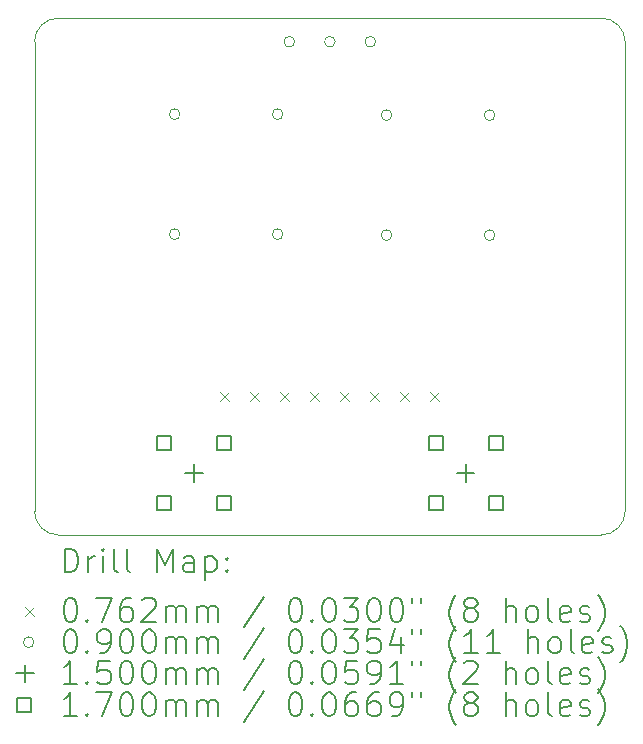
<source format=gbr>
%TF.GenerationSoftware,KiCad,Pcbnew,7.0.5*%
%TF.CreationDate,2023-06-22T18:40:59-05:00*%
%TF.ProjectId,Single.Channel.Amp,53696e67-6c65-42e4-9368-616e6e656c2e,rev?*%
%TF.SameCoordinates,Original*%
%TF.FileFunction,Drillmap*%
%TF.FilePolarity,Positive*%
%FSLAX45Y45*%
G04 Gerber Fmt 4.5, Leading zero omitted, Abs format (unit mm)*
G04 Created by KiCad (PCBNEW 7.0.5) date 2023-06-22 18:40:59*
%MOMM*%
%LPD*%
G01*
G04 APERTURE LIST*
%ADD10C,0.100000*%
%ADD11C,0.200000*%
%ADD12C,0.076200*%
%ADD13C,0.090000*%
%ADD14C,0.150000*%
%ADD15C,0.170000*%
G04 APERTURE END LIST*
D10*
X2668500Y-2054500D02*
X7268500Y-2054500D01*
X7468500Y-2254500D02*
G75*
G03*
X7268500Y-2054500I-200000J0D01*
G01*
X2468500Y-6229500D02*
G75*
G03*
X2668500Y-6429500I200000J0D01*
G01*
X2668500Y-2054500D02*
G75*
G03*
X2468500Y-2254500I0J-200000D01*
G01*
X7268500Y-6429500D02*
G75*
G03*
X7468500Y-6229500I0J200000D01*
G01*
X7468500Y-6229500D02*
X7468500Y-2254500D01*
X2668500Y-6429500D02*
X7268500Y-6429500D01*
X2468500Y-2254500D02*
X2468500Y-6229500D01*
D11*
D12*
X4041400Y-5216900D02*
X4117600Y-5293100D01*
X4117600Y-5216900D02*
X4041400Y-5293100D01*
X4295400Y-5216900D02*
X4371600Y-5293100D01*
X4371600Y-5216900D02*
X4295400Y-5293100D01*
X4549400Y-5216900D02*
X4625600Y-5293100D01*
X4625600Y-5216900D02*
X4549400Y-5293100D01*
X4803400Y-5216900D02*
X4879600Y-5293100D01*
X4879600Y-5216900D02*
X4803400Y-5293100D01*
X5057400Y-5216900D02*
X5133600Y-5293100D01*
X5133600Y-5216900D02*
X5057400Y-5293100D01*
X5311400Y-5216900D02*
X5387600Y-5293100D01*
X5387600Y-5216900D02*
X5311400Y-5293100D01*
X5565400Y-5216900D02*
X5641600Y-5293100D01*
X5641600Y-5216900D02*
X5565400Y-5293100D01*
X5819400Y-5216900D02*
X5895600Y-5293100D01*
X5895600Y-5216900D02*
X5819400Y-5293100D01*
D13*
X3700000Y-2867500D02*
G75*
G03*
X3700000Y-2867500I-45000J0D01*
G01*
X3700000Y-3883500D02*
G75*
G03*
X3700000Y-3883500I-45000J0D01*
G01*
X4572000Y-2867500D02*
G75*
G03*
X4572000Y-2867500I-45000J0D01*
G01*
X4572000Y-3883500D02*
G75*
G03*
X4572000Y-3883500I-45000J0D01*
G01*
X4670854Y-2254500D02*
G75*
G03*
X4670854Y-2254500I-45000J0D01*
G01*
X5013500Y-2254500D02*
G75*
G03*
X5013500Y-2254500I-45000J0D01*
G01*
X5356146Y-2254500D02*
G75*
G03*
X5356146Y-2254500I-45000J0D01*
G01*
X5494500Y-2875500D02*
G75*
G03*
X5494500Y-2875500I-45000J0D01*
G01*
X5494500Y-3891500D02*
G75*
G03*
X5494500Y-3891500I-45000J0D01*
G01*
X6366000Y-2876500D02*
G75*
G03*
X6366000Y-2876500I-45000J0D01*
G01*
X6366000Y-3892500D02*
G75*
G03*
X6366000Y-3892500I-45000J0D01*
G01*
D14*
X3818500Y-5831000D02*
X3818500Y-5981000D01*
X3743500Y-5906000D02*
X3893500Y-5906000D01*
X6118500Y-5831000D02*
X6118500Y-5981000D01*
X6043500Y-5906000D02*
X6193500Y-5906000D01*
D15*
X3624605Y-5712105D02*
X3624605Y-5591895D01*
X3504395Y-5591895D01*
X3504395Y-5712105D01*
X3624605Y-5712105D01*
X3624605Y-6220105D02*
X3624605Y-6099895D01*
X3504395Y-6099895D01*
X3504395Y-6220105D01*
X3624605Y-6220105D01*
X4132605Y-5712105D02*
X4132605Y-5591895D01*
X4012395Y-5591895D01*
X4012395Y-5712105D01*
X4132605Y-5712105D01*
X4132605Y-6220105D02*
X4132605Y-6099895D01*
X4012395Y-6099895D01*
X4012395Y-6220105D01*
X4132605Y-6220105D01*
X5924605Y-5712105D02*
X5924605Y-5591895D01*
X5804395Y-5591895D01*
X5804395Y-5712105D01*
X5924605Y-5712105D01*
X5924605Y-6220105D02*
X5924605Y-6099895D01*
X5804395Y-6099895D01*
X5804395Y-6220105D01*
X5924605Y-6220105D01*
X6432605Y-5712105D02*
X6432605Y-5591895D01*
X6312395Y-5591895D01*
X6312395Y-5712105D01*
X6432605Y-5712105D01*
X6432605Y-6220105D02*
X6432605Y-6099895D01*
X6312395Y-6099895D01*
X6312395Y-6220105D01*
X6432605Y-6220105D01*
D11*
X2724277Y-6745984D02*
X2724277Y-6545984D01*
X2724277Y-6545984D02*
X2771896Y-6545984D01*
X2771896Y-6545984D02*
X2800467Y-6555508D01*
X2800467Y-6555508D02*
X2819515Y-6574555D01*
X2819515Y-6574555D02*
X2829039Y-6593603D01*
X2829039Y-6593603D02*
X2838562Y-6631698D01*
X2838562Y-6631698D02*
X2838562Y-6660269D01*
X2838562Y-6660269D02*
X2829039Y-6698365D01*
X2829039Y-6698365D02*
X2819515Y-6717412D01*
X2819515Y-6717412D02*
X2800467Y-6736460D01*
X2800467Y-6736460D02*
X2771896Y-6745984D01*
X2771896Y-6745984D02*
X2724277Y-6745984D01*
X2924277Y-6745984D02*
X2924277Y-6612650D01*
X2924277Y-6650746D02*
X2933801Y-6631698D01*
X2933801Y-6631698D02*
X2943324Y-6622174D01*
X2943324Y-6622174D02*
X2962372Y-6612650D01*
X2962372Y-6612650D02*
X2981420Y-6612650D01*
X3048086Y-6745984D02*
X3048086Y-6612650D01*
X3048086Y-6545984D02*
X3038562Y-6555508D01*
X3038562Y-6555508D02*
X3048086Y-6565031D01*
X3048086Y-6565031D02*
X3057610Y-6555508D01*
X3057610Y-6555508D02*
X3048086Y-6545984D01*
X3048086Y-6545984D02*
X3048086Y-6565031D01*
X3171896Y-6745984D02*
X3152848Y-6736460D01*
X3152848Y-6736460D02*
X3143324Y-6717412D01*
X3143324Y-6717412D02*
X3143324Y-6545984D01*
X3276658Y-6745984D02*
X3257610Y-6736460D01*
X3257610Y-6736460D02*
X3248086Y-6717412D01*
X3248086Y-6717412D02*
X3248086Y-6545984D01*
X3505229Y-6745984D02*
X3505229Y-6545984D01*
X3505229Y-6545984D02*
X3571896Y-6688841D01*
X3571896Y-6688841D02*
X3638562Y-6545984D01*
X3638562Y-6545984D02*
X3638562Y-6745984D01*
X3819515Y-6745984D02*
X3819515Y-6641222D01*
X3819515Y-6641222D02*
X3809991Y-6622174D01*
X3809991Y-6622174D02*
X3790943Y-6612650D01*
X3790943Y-6612650D02*
X3752848Y-6612650D01*
X3752848Y-6612650D02*
X3733801Y-6622174D01*
X3819515Y-6736460D02*
X3800467Y-6745984D01*
X3800467Y-6745984D02*
X3752848Y-6745984D01*
X3752848Y-6745984D02*
X3733801Y-6736460D01*
X3733801Y-6736460D02*
X3724277Y-6717412D01*
X3724277Y-6717412D02*
X3724277Y-6698365D01*
X3724277Y-6698365D02*
X3733801Y-6679317D01*
X3733801Y-6679317D02*
X3752848Y-6669793D01*
X3752848Y-6669793D02*
X3800467Y-6669793D01*
X3800467Y-6669793D02*
X3819515Y-6660269D01*
X3914753Y-6612650D02*
X3914753Y-6812650D01*
X3914753Y-6622174D02*
X3933801Y-6612650D01*
X3933801Y-6612650D02*
X3971896Y-6612650D01*
X3971896Y-6612650D02*
X3990943Y-6622174D01*
X3990943Y-6622174D02*
X4000467Y-6631698D01*
X4000467Y-6631698D02*
X4009991Y-6650746D01*
X4009991Y-6650746D02*
X4009991Y-6707888D01*
X4009991Y-6707888D02*
X4000467Y-6726936D01*
X4000467Y-6726936D02*
X3990943Y-6736460D01*
X3990943Y-6736460D02*
X3971896Y-6745984D01*
X3971896Y-6745984D02*
X3933801Y-6745984D01*
X3933801Y-6745984D02*
X3914753Y-6736460D01*
X4095705Y-6726936D02*
X4105229Y-6736460D01*
X4105229Y-6736460D02*
X4095705Y-6745984D01*
X4095705Y-6745984D02*
X4086182Y-6736460D01*
X4086182Y-6736460D02*
X4095705Y-6726936D01*
X4095705Y-6726936D02*
X4095705Y-6745984D01*
X4095705Y-6622174D02*
X4105229Y-6631698D01*
X4105229Y-6631698D02*
X4095705Y-6641222D01*
X4095705Y-6641222D02*
X4086182Y-6631698D01*
X4086182Y-6631698D02*
X4095705Y-6622174D01*
X4095705Y-6622174D02*
X4095705Y-6641222D01*
D12*
X2387300Y-7036400D02*
X2463500Y-7112600D01*
X2463500Y-7036400D02*
X2387300Y-7112600D01*
D11*
X2762372Y-6965984D02*
X2781420Y-6965984D01*
X2781420Y-6965984D02*
X2800467Y-6975508D01*
X2800467Y-6975508D02*
X2809991Y-6985031D01*
X2809991Y-6985031D02*
X2819515Y-7004079D01*
X2819515Y-7004079D02*
X2829039Y-7042174D01*
X2829039Y-7042174D02*
X2829039Y-7089793D01*
X2829039Y-7089793D02*
X2819515Y-7127888D01*
X2819515Y-7127888D02*
X2809991Y-7146936D01*
X2809991Y-7146936D02*
X2800467Y-7156460D01*
X2800467Y-7156460D02*
X2781420Y-7165984D01*
X2781420Y-7165984D02*
X2762372Y-7165984D01*
X2762372Y-7165984D02*
X2743324Y-7156460D01*
X2743324Y-7156460D02*
X2733801Y-7146936D01*
X2733801Y-7146936D02*
X2724277Y-7127888D01*
X2724277Y-7127888D02*
X2714753Y-7089793D01*
X2714753Y-7089793D02*
X2714753Y-7042174D01*
X2714753Y-7042174D02*
X2724277Y-7004079D01*
X2724277Y-7004079D02*
X2733801Y-6985031D01*
X2733801Y-6985031D02*
X2743324Y-6975508D01*
X2743324Y-6975508D02*
X2762372Y-6965984D01*
X2914753Y-7146936D02*
X2924277Y-7156460D01*
X2924277Y-7156460D02*
X2914753Y-7165984D01*
X2914753Y-7165984D02*
X2905229Y-7156460D01*
X2905229Y-7156460D02*
X2914753Y-7146936D01*
X2914753Y-7146936D02*
X2914753Y-7165984D01*
X2990943Y-6965984D02*
X3124277Y-6965984D01*
X3124277Y-6965984D02*
X3038562Y-7165984D01*
X3286182Y-6965984D02*
X3248086Y-6965984D01*
X3248086Y-6965984D02*
X3229039Y-6975508D01*
X3229039Y-6975508D02*
X3219515Y-6985031D01*
X3219515Y-6985031D02*
X3200467Y-7013603D01*
X3200467Y-7013603D02*
X3190943Y-7051698D01*
X3190943Y-7051698D02*
X3190943Y-7127888D01*
X3190943Y-7127888D02*
X3200467Y-7146936D01*
X3200467Y-7146936D02*
X3209991Y-7156460D01*
X3209991Y-7156460D02*
X3229039Y-7165984D01*
X3229039Y-7165984D02*
X3267134Y-7165984D01*
X3267134Y-7165984D02*
X3286182Y-7156460D01*
X3286182Y-7156460D02*
X3295705Y-7146936D01*
X3295705Y-7146936D02*
X3305229Y-7127888D01*
X3305229Y-7127888D02*
X3305229Y-7080269D01*
X3305229Y-7080269D02*
X3295705Y-7061222D01*
X3295705Y-7061222D02*
X3286182Y-7051698D01*
X3286182Y-7051698D02*
X3267134Y-7042174D01*
X3267134Y-7042174D02*
X3229039Y-7042174D01*
X3229039Y-7042174D02*
X3209991Y-7051698D01*
X3209991Y-7051698D02*
X3200467Y-7061222D01*
X3200467Y-7061222D02*
X3190943Y-7080269D01*
X3381420Y-6985031D02*
X3390943Y-6975508D01*
X3390943Y-6975508D02*
X3409991Y-6965984D01*
X3409991Y-6965984D02*
X3457610Y-6965984D01*
X3457610Y-6965984D02*
X3476658Y-6975508D01*
X3476658Y-6975508D02*
X3486182Y-6985031D01*
X3486182Y-6985031D02*
X3495705Y-7004079D01*
X3495705Y-7004079D02*
X3495705Y-7023127D01*
X3495705Y-7023127D02*
X3486182Y-7051698D01*
X3486182Y-7051698D02*
X3371896Y-7165984D01*
X3371896Y-7165984D02*
X3495705Y-7165984D01*
X3581420Y-7165984D02*
X3581420Y-7032650D01*
X3581420Y-7051698D02*
X3590943Y-7042174D01*
X3590943Y-7042174D02*
X3609991Y-7032650D01*
X3609991Y-7032650D02*
X3638563Y-7032650D01*
X3638563Y-7032650D02*
X3657610Y-7042174D01*
X3657610Y-7042174D02*
X3667134Y-7061222D01*
X3667134Y-7061222D02*
X3667134Y-7165984D01*
X3667134Y-7061222D02*
X3676658Y-7042174D01*
X3676658Y-7042174D02*
X3695705Y-7032650D01*
X3695705Y-7032650D02*
X3724277Y-7032650D01*
X3724277Y-7032650D02*
X3743324Y-7042174D01*
X3743324Y-7042174D02*
X3752848Y-7061222D01*
X3752848Y-7061222D02*
X3752848Y-7165984D01*
X3848086Y-7165984D02*
X3848086Y-7032650D01*
X3848086Y-7051698D02*
X3857610Y-7042174D01*
X3857610Y-7042174D02*
X3876658Y-7032650D01*
X3876658Y-7032650D02*
X3905229Y-7032650D01*
X3905229Y-7032650D02*
X3924277Y-7042174D01*
X3924277Y-7042174D02*
X3933801Y-7061222D01*
X3933801Y-7061222D02*
X3933801Y-7165984D01*
X3933801Y-7061222D02*
X3943324Y-7042174D01*
X3943324Y-7042174D02*
X3962372Y-7032650D01*
X3962372Y-7032650D02*
X3990943Y-7032650D01*
X3990943Y-7032650D02*
X4009991Y-7042174D01*
X4009991Y-7042174D02*
X4019515Y-7061222D01*
X4019515Y-7061222D02*
X4019515Y-7165984D01*
X4409991Y-6956460D02*
X4238563Y-7213603D01*
X4667134Y-6965984D02*
X4686182Y-6965984D01*
X4686182Y-6965984D02*
X4705229Y-6975508D01*
X4705229Y-6975508D02*
X4714753Y-6985031D01*
X4714753Y-6985031D02*
X4724277Y-7004079D01*
X4724277Y-7004079D02*
X4733801Y-7042174D01*
X4733801Y-7042174D02*
X4733801Y-7089793D01*
X4733801Y-7089793D02*
X4724277Y-7127888D01*
X4724277Y-7127888D02*
X4714753Y-7146936D01*
X4714753Y-7146936D02*
X4705229Y-7156460D01*
X4705229Y-7156460D02*
X4686182Y-7165984D01*
X4686182Y-7165984D02*
X4667134Y-7165984D01*
X4667134Y-7165984D02*
X4648087Y-7156460D01*
X4648087Y-7156460D02*
X4638563Y-7146936D01*
X4638563Y-7146936D02*
X4629039Y-7127888D01*
X4629039Y-7127888D02*
X4619515Y-7089793D01*
X4619515Y-7089793D02*
X4619515Y-7042174D01*
X4619515Y-7042174D02*
X4629039Y-7004079D01*
X4629039Y-7004079D02*
X4638563Y-6985031D01*
X4638563Y-6985031D02*
X4648087Y-6975508D01*
X4648087Y-6975508D02*
X4667134Y-6965984D01*
X4819515Y-7146936D02*
X4829039Y-7156460D01*
X4829039Y-7156460D02*
X4819515Y-7165984D01*
X4819515Y-7165984D02*
X4809991Y-7156460D01*
X4809991Y-7156460D02*
X4819515Y-7146936D01*
X4819515Y-7146936D02*
X4819515Y-7165984D01*
X4952848Y-6965984D02*
X4971896Y-6965984D01*
X4971896Y-6965984D02*
X4990944Y-6975508D01*
X4990944Y-6975508D02*
X5000468Y-6985031D01*
X5000468Y-6985031D02*
X5009991Y-7004079D01*
X5009991Y-7004079D02*
X5019515Y-7042174D01*
X5019515Y-7042174D02*
X5019515Y-7089793D01*
X5019515Y-7089793D02*
X5009991Y-7127888D01*
X5009991Y-7127888D02*
X5000468Y-7146936D01*
X5000468Y-7146936D02*
X4990944Y-7156460D01*
X4990944Y-7156460D02*
X4971896Y-7165984D01*
X4971896Y-7165984D02*
X4952848Y-7165984D01*
X4952848Y-7165984D02*
X4933801Y-7156460D01*
X4933801Y-7156460D02*
X4924277Y-7146936D01*
X4924277Y-7146936D02*
X4914753Y-7127888D01*
X4914753Y-7127888D02*
X4905229Y-7089793D01*
X4905229Y-7089793D02*
X4905229Y-7042174D01*
X4905229Y-7042174D02*
X4914753Y-7004079D01*
X4914753Y-7004079D02*
X4924277Y-6985031D01*
X4924277Y-6985031D02*
X4933801Y-6975508D01*
X4933801Y-6975508D02*
X4952848Y-6965984D01*
X5086182Y-6965984D02*
X5209991Y-6965984D01*
X5209991Y-6965984D02*
X5143325Y-7042174D01*
X5143325Y-7042174D02*
X5171896Y-7042174D01*
X5171896Y-7042174D02*
X5190944Y-7051698D01*
X5190944Y-7051698D02*
X5200468Y-7061222D01*
X5200468Y-7061222D02*
X5209991Y-7080269D01*
X5209991Y-7080269D02*
X5209991Y-7127888D01*
X5209991Y-7127888D02*
X5200468Y-7146936D01*
X5200468Y-7146936D02*
X5190944Y-7156460D01*
X5190944Y-7156460D02*
X5171896Y-7165984D01*
X5171896Y-7165984D02*
X5114753Y-7165984D01*
X5114753Y-7165984D02*
X5095706Y-7156460D01*
X5095706Y-7156460D02*
X5086182Y-7146936D01*
X5333801Y-6965984D02*
X5352849Y-6965984D01*
X5352849Y-6965984D02*
X5371896Y-6975508D01*
X5371896Y-6975508D02*
X5381420Y-6985031D01*
X5381420Y-6985031D02*
X5390944Y-7004079D01*
X5390944Y-7004079D02*
X5400468Y-7042174D01*
X5400468Y-7042174D02*
X5400468Y-7089793D01*
X5400468Y-7089793D02*
X5390944Y-7127888D01*
X5390944Y-7127888D02*
X5381420Y-7146936D01*
X5381420Y-7146936D02*
X5371896Y-7156460D01*
X5371896Y-7156460D02*
X5352849Y-7165984D01*
X5352849Y-7165984D02*
X5333801Y-7165984D01*
X5333801Y-7165984D02*
X5314753Y-7156460D01*
X5314753Y-7156460D02*
X5305229Y-7146936D01*
X5305229Y-7146936D02*
X5295706Y-7127888D01*
X5295706Y-7127888D02*
X5286182Y-7089793D01*
X5286182Y-7089793D02*
X5286182Y-7042174D01*
X5286182Y-7042174D02*
X5295706Y-7004079D01*
X5295706Y-7004079D02*
X5305229Y-6985031D01*
X5305229Y-6985031D02*
X5314753Y-6975508D01*
X5314753Y-6975508D02*
X5333801Y-6965984D01*
X5524277Y-6965984D02*
X5543325Y-6965984D01*
X5543325Y-6965984D02*
X5562372Y-6975508D01*
X5562372Y-6975508D02*
X5571896Y-6985031D01*
X5571896Y-6985031D02*
X5581420Y-7004079D01*
X5581420Y-7004079D02*
X5590944Y-7042174D01*
X5590944Y-7042174D02*
X5590944Y-7089793D01*
X5590944Y-7089793D02*
X5581420Y-7127888D01*
X5581420Y-7127888D02*
X5571896Y-7146936D01*
X5571896Y-7146936D02*
X5562372Y-7156460D01*
X5562372Y-7156460D02*
X5543325Y-7165984D01*
X5543325Y-7165984D02*
X5524277Y-7165984D01*
X5524277Y-7165984D02*
X5505229Y-7156460D01*
X5505229Y-7156460D02*
X5495706Y-7146936D01*
X5495706Y-7146936D02*
X5486182Y-7127888D01*
X5486182Y-7127888D02*
X5476658Y-7089793D01*
X5476658Y-7089793D02*
X5476658Y-7042174D01*
X5476658Y-7042174D02*
X5486182Y-7004079D01*
X5486182Y-7004079D02*
X5495706Y-6985031D01*
X5495706Y-6985031D02*
X5505229Y-6975508D01*
X5505229Y-6975508D02*
X5524277Y-6965984D01*
X5667134Y-6965984D02*
X5667134Y-7004079D01*
X5743325Y-6965984D02*
X5743325Y-7004079D01*
X6038563Y-7242174D02*
X6029039Y-7232650D01*
X6029039Y-7232650D02*
X6009991Y-7204079D01*
X6009991Y-7204079D02*
X6000468Y-7185031D01*
X6000468Y-7185031D02*
X5990944Y-7156460D01*
X5990944Y-7156460D02*
X5981420Y-7108841D01*
X5981420Y-7108841D02*
X5981420Y-7070746D01*
X5981420Y-7070746D02*
X5990944Y-7023127D01*
X5990944Y-7023127D02*
X6000468Y-6994555D01*
X6000468Y-6994555D02*
X6009991Y-6975508D01*
X6009991Y-6975508D02*
X6029039Y-6946936D01*
X6029039Y-6946936D02*
X6038563Y-6937412D01*
X6143325Y-7051698D02*
X6124277Y-7042174D01*
X6124277Y-7042174D02*
X6114753Y-7032650D01*
X6114753Y-7032650D02*
X6105229Y-7013603D01*
X6105229Y-7013603D02*
X6105229Y-7004079D01*
X6105229Y-7004079D02*
X6114753Y-6985031D01*
X6114753Y-6985031D02*
X6124277Y-6975508D01*
X6124277Y-6975508D02*
X6143325Y-6965984D01*
X6143325Y-6965984D02*
X6181420Y-6965984D01*
X6181420Y-6965984D02*
X6200468Y-6975508D01*
X6200468Y-6975508D02*
X6209991Y-6985031D01*
X6209991Y-6985031D02*
X6219515Y-7004079D01*
X6219515Y-7004079D02*
X6219515Y-7013603D01*
X6219515Y-7013603D02*
X6209991Y-7032650D01*
X6209991Y-7032650D02*
X6200468Y-7042174D01*
X6200468Y-7042174D02*
X6181420Y-7051698D01*
X6181420Y-7051698D02*
X6143325Y-7051698D01*
X6143325Y-7051698D02*
X6124277Y-7061222D01*
X6124277Y-7061222D02*
X6114753Y-7070746D01*
X6114753Y-7070746D02*
X6105229Y-7089793D01*
X6105229Y-7089793D02*
X6105229Y-7127888D01*
X6105229Y-7127888D02*
X6114753Y-7146936D01*
X6114753Y-7146936D02*
X6124277Y-7156460D01*
X6124277Y-7156460D02*
X6143325Y-7165984D01*
X6143325Y-7165984D02*
X6181420Y-7165984D01*
X6181420Y-7165984D02*
X6200468Y-7156460D01*
X6200468Y-7156460D02*
X6209991Y-7146936D01*
X6209991Y-7146936D02*
X6219515Y-7127888D01*
X6219515Y-7127888D02*
X6219515Y-7089793D01*
X6219515Y-7089793D02*
X6209991Y-7070746D01*
X6209991Y-7070746D02*
X6200468Y-7061222D01*
X6200468Y-7061222D02*
X6181420Y-7051698D01*
X6457610Y-7165984D02*
X6457610Y-6965984D01*
X6543325Y-7165984D02*
X6543325Y-7061222D01*
X6543325Y-7061222D02*
X6533801Y-7042174D01*
X6533801Y-7042174D02*
X6514753Y-7032650D01*
X6514753Y-7032650D02*
X6486182Y-7032650D01*
X6486182Y-7032650D02*
X6467134Y-7042174D01*
X6467134Y-7042174D02*
X6457610Y-7051698D01*
X6667134Y-7165984D02*
X6648087Y-7156460D01*
X6648087Y-7156460D02*
X6638563Y-7146936D01*
X6638563Y-7146936D02*
X6629039Y-7127888D01*
X6629039Y-7127888D02*
X6629039Y-7070746D01*
X6629039Y-7070746D02*
X6638563Y-7051698D01*
X6638563Y-7051698D02*
X6648087Y-7042174D01*
X6648087Y-7042174D02*
X6667134Y-7032650D01*
X6667134Y-7032650D02*
X6695706Y-7032650D01*
X6695706Y-7032650D02*
X6714753Y-7042174D01*
X6714753Y-7042174D02*
X6724277Y-7051698D01*
X6724277Y-7051698D02*
X6733801Y-7070746D01*
X6733801Y-7070746D02*
X6733801Y-7127888D01*
X6733801Y-7127888D02*
X6724277Y-7146936D01*
X6724277Y-7146936D02*
X6714753Y-7156460D01*
X6714753Y-7156460D02*
X6695706Y-7165984D01*
X6695706Y-7165984D02*
X6667134Y-7165984D01*
X6848087Y-7165984D02*
X6829039Y-7156460D01*
X6829039Y-7156460D02*
X6819515Y-7137412D01*
X6819515Y-7137412D02*
X6819515Y-6965984D01*
X7000468Y-7156460D02*
X6981420Y-7165984D01*
X6981420Y-7165984D02*
X6943325Y-7165984D01*
X6943325Y-7165984D02*
X6924277Y-7156460D01*
X6924277Y-7156460D02*
X6914753Y-7137412D01*
X6914753Y-7137412D02*
X6914753Y-7061222D01*
X6914753Y-7061222D02*
X6924277Y-7042174D01*
X6924277Y-7042174D02*
X6943325Y-7032650D01*
X6943325Y-7032650D02*
X6981420Y-7032650D01*
X6981420Y-7032650D02*
X7000468Y-7042174D01*
X7000468Y-7042174D02*
X7009991Y-7061222D01*
X7009991Y-7061222D02*
X7009991Y-7080269D01*
X7009991Y-7080269D02*
X6914753Y-7099317D01*
X7086182Y-7156460D02*
X7105230Y-7165984D01*
X7105230Y-7165984D02*
X7143325Y-7165984D01*
X7143325Y-7165984D02*
X7162372Y-7156460D01*
X7162372Y-7156460D02*
X7171896Y-7137412D01*
X7171896Y-7137412D02*
X7171896Y-7127888D01*
X7171896Y-7127888D02*
X7162372Y-7108841D01*
X7162372Y-7108841D02*
X7143325Y-7099317D01*
X7143325Y-7099317D02*
X7114753Y-7099317D01*
X7114753Y-7099317D02*
X7095706Y-7089793D01*
X7095706Y-7089793D02*
X7086182Y-7070746D01*
X7086182Y-7070746D02*
X7086182Y-7061222D01*
X7086182Y-7061222D02*
X7095706Y-7042174D01*
X7095706Y-7042174D02*
X7114753Y-7032650D01*
X7114753Y-7032650D02*
X7143325Y-7032650D01*
X7143325Y-7032650D02*
X7162372Y-7042174D01*
X7238563Y-7242174D02*
X7248087Y-7232650D01*
X7248087Y-7232650D02*
X7267134Y-7204079D01*
X7267134Y-7204079D02*
X7276658Y-7185031D01*
X7276658Y-7185031D02*
X7286182Y-7156460D01*
X7286182Y-7156460D02*
X7295706Y-7108841D01*
X7295706Y-7108841D02*
X7295706Y-7070746D01*
X7295706Y-7070746D02*
X7286182Y-7023127D01*
X7286182Y-7023127D02*
X7276658Y-6994555D01*
X7276658Y-6994555D02*
X7267134Y-6975508D01*
X7267134Y-6975508D02*
X7248087Y-6946936D01*
X7248087Y-6946936D02*
X7238563Y-6937412D01*
D13*
X2463500Y-7338500D02*
G75*
G03*
X2463500Y-7338500I-45000J0D01*
G01*
D11*
X2762372Y-7229984D02*
X2781420Y-7229984D01*
X2781420Y-7229984D02*
X2800467Y-7239508D01*
X2800467Y-7239508D02*
X2809991Y-7249031D01*
X2809991Y-7249031D02*
X2819515Y-7268079D01*
X2819515Y-7268079D02*
X2829039Y-7306174D01*
X2829039Y-7306174D02*
X2829039Y-7353793D01*
X2829039Y-7353793D02*
X2819515Y-7391888D01*
X2819515Y-7391888D02*
X2809991Y-7410936D01*
X2809991Y-7410936D02*
X2800467Y-7420460D01*
X2800467Y-7420460D02*
X2781420Y-7429984D01*
X2781420Y-7429984D02*
X2762372Y-7429984D01*
X2762372Y-7429984D02*
X2743324Y-7420460D01*
X2743324Y-7420460D02*
X2733801Y-7410936D01*
X2733801Y-7410936D02*
X2724277Y-7391888D01*
X2724277Y-7391888D02*
X2714753Y-7353793D01*
X2714753Y-7353793D02*
X2714753Y-7306174D01*
X2714753Y-7306174D02*
X2724277Y-7268079D01*
X2724277Y-7268079D02*
X2733801Y-7249031D01*
X2733801Y-7249031D02*
X2743324Y-7239508D01*
X2743324Y-7239508D02*
X2762372Y-7229984D01*
X2914753Y-7410936D02*
X2924277Y-7420460D01*
X2924277Y-7420460D02*
X2914753Y-7429984D01*
X2914753Y-7429984D02*
X2905229Y-7420460D01*
X2905229Y-7420460D02*
X2914753Y-7410936D01*
X2914753Y-7410936D02*
X2914753Y-7429984D01*
X3019515Y-7429984D02*
X3057610Y-7429984D01*
X3057610Y-7429984D02*
X3076658Y-7420460D01*
X3076658Y-7420460D02*
X3086182Y-7410936D01*
X3086182Y-7410936D02*
X3105229Y-7382365D01*
X3105229Y-7382365D02*
X3114753Y-7344269D01*
X3114753Y-7344269D02*
X3114753Y-7268079D01*
X3114753Y-7268079D02*
X3105229Y-7249031D01*
X3105229Y-7249031D02*
X3095705Y-7239508D01*
X3095705Y-7239508D02*
X3076658Y-7229984D01*
X3076658Y-7229984D02*
X3038562Y-7229984D01*
X3038562Y-7229984D02*
X3019515Y-7239508D01*
X3019515Y-7239508D02*
X3009991Y-7249031D01*
X3009991Y-7249031D02*
X3000467Y-7268079D01*
X3000467Y-7268079D02*
X3000467Y-7315698D01*
X3000467Y-7315698D02*
X3009991Y-7334746D01*
X3009991Y-7334746D02*
X3019515Y-7344269D01*
X3019515Y-7344269D02*
X3038562Y-7353793D01*
X3038562Y-7353793D02*
X3076658Y-7353793D01*
X3076658Y-7353793D02*
X3095705Y-7344269D01*
X3095705Y-7344269D02*
X3105229Y-7334746D01*
X3105229Y-7334746D02*
X3114753Y-7315698D01*
X3238562Y-7229984D02*
X3257610Y-7229984D01*
X3257610Y-7229984D02*
X3276658Y-7239508D01*
X3276658Y-7239508D02*
X3286182Y-7249031D01*
X3286182Y-7249031D02*
X3295705Y-7268079D01*
X3295705Y-7268079D02*
X3305229Y-7306174D01*
X3305229Y-7306174D02*
X3305229Y-7353793D01*
X3305229Y-7353793D02*
X3295705Y-7391888D01*
X3295705Y-7391888D02*
X3286182Y-7410936D01*
X3286182Y-7410936D02*
X3276658Y-7420460D01*
X3276658Y-7420460D02*
X3257610Y-7429984D01*
X3257610Y-7429984D02*
X3238562Y-7429984D01*
X3238562Y-7429984D02*
X3219515Y-7420460D01*
X3219515Y-7420460D02*
X3209991Y-7410936D01*
X3209991Y-7410936D02*
X3200467Y-7391888D01*
X3200467Y-7391888D02*
X3190943Y-7353793D01*
X3190943Y-7353793D02*
X3190943Y-7306174D01*
X3190943Y-7306174D02*
X3200467Y-7268079D01*
X3200467Y-7268079D02*
X3209991Y-7249031D01*
X3209991Y-7249031D02*
X3219515Y-7239508D01*
X3219515Y-7239508D02*
X3238562Y-7229984D01*
X3429039Y-7229984D02*
X3448086Y-7229984D01*
X3448086Y-7229984D02*
X3467134Y-7239508D01*
X3467134Y-7239508D02*
X3476658Y-7249031D01*
X3476658Y-7249031D02*
X3486182Y-7268079D01*
X3486182Y-7268079D02*
X3495705Y-7306174D01*
X3495705Y-7306174D02*
X3495705Y-7353793D01*
X3495705Y-7353793D02*
X3486182Y-7391888D01*
X3486182Y-7391888D02*
X3476658Y-7410936D01*
X3476658Y-7410936D02*
X3467134Y-7420460D01*
X3467134Y-7420460D02*
X3448086Y-7429984D01*
X3448086Y-7429984D02*
X3429039Y-7429984D01*
X3429039Y-7429984D02*
X3409991Y-7420460D01*
X3409991Y-7420460D02*
X3400467Y-7410936D01*
X3400467Y-7410936D02*
X3390943Y-7391888D01*
X3390943Y-7391888D02*
X3381420Y-7353793D01*
X3381420Y-7353793D02*
X3381420Y-7306174D01*
X3381420Y-7306174D02*
X3390943Y-7268079D01*
X3390943Y-7268079D02*
X3400467Y-7249031D01*
X3400467Y-7249031D02*
X3409991Y-7239508D01*
X3409991Y-7239508D02*
X3429039Y-7229984D01*
X3581420Y-7429984D02*
X3581420Y-7296650D01*
X3581420Y-7315698D02*
X3590943Y-7306174D01*
X3590943Y-7306174D02*
X3609991Y-7296650D01*
X3609991Y-7296650D02*
X3638563Y-7296650D01*
X3638563Y-7296650D02*
X3657610Y-7306174D01*
X3657610Y-7306174D02*
X3667134Y-7325222D01*
X3667134Y-7325222D02*
X3667134Y-7429984D01*
X3667134Y-7325222D02*
X3676658Y-7306174D01*
X3676658Y-7306174D02*
X3695705Y-7296650D01*
X3695705Y-7296650D02*
X3724277Y-7296650D01*
X3724277Y-7296650D02*
X3743324Y-7306174D01*
X3743324Y-7306174D02*
X3752848Y-7325222D01*
X3752848Y-7325222D02*
X3752848Y-7429984D01*
X3848086Y-7429984D02*
X3848086Y-7296650D01*
X3848086Y-7315698D02*
X3857610Y-7306174D01*
X3857610Y-7306174D02*
X3876658Y-7296650D01*
X3876658Y-7296650D02*
X3905229Y-7296650D01*
X3905229Y-7296650D02*
X3924277Y-7306174D01*
X3924277Y-7306174D02*
X3933801Y-7325222D01*
X3933801Y-7325222D02*
X3933801Y-7429984D01*
X3933801Y-7325222D02*
X3943324Y-7306174D01*
X3943324Y-7306174D02*
X3962372Y-7296650D01*
X3962372Y-7296650D02*
X3990943Y-7296650D01*
X3990943Y-7296650D02*
X4009991Y-7306174D01*
X4009991Y-7306174D02*
X4019515Y-7325222D01*
X4019515Y-7325222D02*
X4019515Y-7429984D01*
X4409991Y-7220460D02*
X4238563Y-7477603D01*
X4667134Y-7229984D02*
X4686182Y-7229984D01*
X4686182Y-7229984D02*
X4705229Y-7239508D01*
X4705229Y-7239508D02*
X4714753Y-7249031D01*
X4714753Y-7249031D02*
X4724277Y-7268079D01*
X4724277Y-7268079D02*
X4733801Y-7306174D01*
X4733801Y-7306174D02*
X4733801Y-7353793D01*
X4733801Y-7353793D02*
X4724277Y-7391888D01*
X4724277Y-7391888D02*
X4714753Y-7410936D01*
X4714753Y-7410936D02*
X4705229Y-7420460D01*
X4705229Y-7420460D02*
X4686182Y-7429984D01*
X4686182Y-7429984D02*
X4667134Y-7429984D01*
X4667134Y-7429984D02*
X4648087Y-7420460D01*
X4648087Y-7420460D02*
X4638563Y-7410936D01*
X4638563Y-7410936D02*
X4629039Y-7391888D01*
X4629039Y-7391888D02*
X4619515Y-7353793D01*
X4619515Y-7353793D02*
X4619515Y-7306174D01*
X4619515Y-7306174D02*
X4629039Y-7268079D01*
X4629039Y-7268079D02*
X4638563Y-7249031D01*
X4638563Y-7249031D02*
X4648087Y-7239508D01*
X4648087Y-7239508D02*
X4667134Y-7229984D01*
X4819515Y-7410936D02*
X4829039Y-7420460D01*
X4829039Y-7420460D02*
X4819515Y-7429984D01*
X4819515Y-7429984D02*
X4809991Y-7420460D01*
X4809991Y-7420460D02*
X4819515Y-7410936D01*
X4819515Y-7410936D02*
X4819515Y-7429984D01*
X4952848Y-7229984D02*
X4971896Y-7229984D01*
X4971896Y-7229984D02*
X4990944Y-7239508D01*
X4990944Y-7239508D02*
X5000468Y-7249031D01*
X5000468Y-7249031D02*
X5009991Y-7268079D01*
X5009991Y-7268079D02*
X5019515Y-7306174D01*
X5019515Y-7306174D02*
X5019515Y-7353793D01*
X5019515Y-7353793D02*
X5009991Y-7391888D01*
X5009991Y-7391888D02*
X5000468Y-7410936D01*
X5000468Y-7410936D02*
X4990944Y-7420460D01*
X4990944Y-7420460D02*
X4971896Y-7429984D01*
X4971896Y-7429984D02*
X4952848Y-7429984D01*
X4952848Y-7429984D02*
X4933801Y-7420460D01*
X4933801Y-7420460D02*
X4924277Y-7410936D01*
X4924277Y-7410936D02*
X4914753Y-7391888D01*
X4914753Y-7391888D02*
X4905229Y-7353793D01*
X4905229Y-7353793D02*
X4905229Y-7306174D01*
X4905229Y-7306174D02*
X4914753Y-7268079D01*
X4914753Y-7268079D02*
X4924277Y-7249031D01*
X4924277Y-7249031D02*
X4933801Y-7239508D01*
X4933801Y-7239508D02*
X4952848Y-7229984D01*
X5086182Y-7229984D02*
X5209991Y-7229984D01*
X5209991Y-7229984D02*
X5143325Y-7306174D01*
X5143325Y-7306174D02*
X5171896Y-7306174D01*
X5171896Y-7306174D02*
X5190944Y-7315698D01*
X5190944Y-7315698D02*
X5200468Y-7325222D01*
X5200468Y-7325222D02*
X5209991Y-7344269D01*
X5209991Y-7344269D02*
X5209991Y-7391888D01*
X5209991Y-7391888D02*
X5200468Y-7410936D01*
X5200468Y-7410936D02*
X5190944Y-7420460D01*
X5190944Y-7420460D02*
X5171896Y-7429984D01*
X5171896Y-7429984D02*
X5114753Y-7429984D01*
X5114753Y-7429984D02*
X5095706Y-7420460D01*
X5095706Y-7420460D02*
X5086182Y-7410936D01*
X5390944Y-7229984D02*
X5295706Y-7229984D01*
X5295706Y-7229984D02*
X5286182Y-7325222D01*
X5286182Y-7325222D02*
X5295706Y-7315698D01*
X5295706Y-7315698D02*
X5314753Y-7306174D01*
X5314753Y-7306174D02*
X5362372Y-7306174D01*
X5362372Y-7306174D02*
X5381420Y-7315698D01*
X5381420Y-7315698D02*
X5390944Y-7325222D01*
X5390944Y-7325222D02*
X5400468Y-7344269D01*
X5400468Y-7344269D02*
X5400468Y-7391888D01*
X5400468Y-7391888D02*
X5390944Y-7410936D01*
X5390944Y-7410936D02*
X5381420Y-7420460D01*
X5381420Y-7420460D02*
X5362372Y-7429984D01*
X5362372Y-7429984D02*
X5314753Y-7429984D01*
X5314753Y-7429984D02*
X5295706Y-7420460D01*
X5295706Y-7420460D02*
X5286182Y-7410936D01*
X5571896Y-7296650D02*
X5571896Y-7429984D01*
X5524277Y-7220460D02*
X5476658Y-7363317D01*
X5476658Y-7363317D02*
X5600467Y-7363317D01*
X5667134Y-7229984D02*
X5667134Y-7268079D01*
X5743325Y-7229984D02*
X5743325Y-7268079D01*
X6038563Y-7506174D02*
X6029039Y-7496650D01*
X6029039Y-7496650D02*
X6009991Y-7468079D01*
X6009991Y-7468079D02*
X6000468Y-7449031D01*
X6000468Y-7449031D02*
X5990944Y-7420460D01*
X5990944Y-7420460D02*
X5981420Y-7372841D01*
X5981420Y-7372841D02*
X5981420Y-7334746D01*
X5981420Y-7334746D02*
X5990944Y-7287127D01*
X5990944Y-7287127D02*
X6000468Y-7258555D01*
X6000468Y-7258555D02*
X6009991Y-7239508D01*
X6009991Y-7239508D02*
X6029039Y-7210936D01*
X6029039Y-7210936D02*
X6038563Y-7201412D01*
X6219515Y-7429984D02*
X6105229Y-7429984D01*
X6162372Y-7429984D02*
X6162372Y-7229984D01*
X6162372Y-7229984D02*
X6143325Y-7258555D01*
X6143325Y-7258555D02*
X6124277Y-7277603D01*
X6124277Y-7277603D02*
X6105229Y-7287127D01*
X6409991Y-7429984D02*
X6295706Y-7429984D01*
X6352848Y-7429984D02*
X6352848Y-7229984D01*
X6352848Y-7229984D02*
X6333801Y-7258555D01*
X6333801Y-7258555D02*
X6314753Y-7277603D01*
X6314753Y-7277603D02*
X6295706Y-7287127D01*
X6648087Y-7429984D02*
X6648087Y-7229984D01*
X6733801Y-7429984D02*
X6733801Y-7325222D01*
X6733801Y-7325222D02*
X6724277Y-7306174D01*
X6724277Y-7306174D02*
X6705230Y-7296650D01*
X6705230Y-7296650D02*
X6676658Y-7296650D01*
X6676658Y-7296650D02*
X6657610Y-7306174D01*
X6657610Y-7306174D02*
X6648087Y-7315698D01*
X6857610Y-7429984D02*
X6838563Y-7420460D01*
X6838563Y-7420460D02*
X6829039Y-7410936D01*
X6829039Y-7410936D02*
X6819515Y-7391888D01*
X6819515Y-7391888D02*
X6819515Y-7334746D01*
X6819515Y-7334746D02*
X6829039Y-7315698D01*
X6829039Y-7315698D02*
X6838563Y-7306174D01*
X6838563Y-7306174D02*
X6857610Y-7296650D01*
X6857610Y-7296650D02*
X6886182Y-7296650D01*
X6886182Y-7296650D02*
X6905230Y-7306174D01*
X6905230Y-7306174D02*
X6914753Y-7315698D01*
X6914753Y-7315698D02*
X6924277Y-7334746D01*
X6924277Y-7334746D02*
X6924277Y-7391888D01*
X6924277Y-7391888D02*
X6914753Y-7410936D01*
X6914753Y-7410936D02*
X6905230Y-7420460D01*
X6905230Y-7420460D02*
X6886182Y-7429984D01*
X6886182Y-7429984D02*
X6857610Y-7429984D01*
X7038563Y-7429984D02*
X7019515Y-7420460D01*
X7019515Y-7420460D02*
X7009991Y-7401412D01*
X7009991Y-7401412D02*
X7009991Y-7229984D01*
X7190944Y-7420460D02*
X7171896Y-7429984D01*
X7171896Y-7429984D02*
X7133801Y-7429984D01*
X7133801Y-7429984D02*
X7114753Y-7420460D01*
X7114753Y-7420460D02*
X7105230Y-7401412D01*
X7105230Y-7401412D02*
X7105230Y-7325222D01*
X7105230Y-7325222D02*
X7114753Y-7306174D01*
X7114753Y-7306174D02*
X7133801Y-7296650D01*
X7133801Y-7296650D02*
X7171896Y-7296650D01*
X7171896Y-7296650D02*
X7190944Y-7306174D01*
X7190944Y-7306174D02*
X7200468Y-7325222D01*
X7200468Y-7325222D02*
X7200468Y-7344269D01*
X7200468Y-7344269D02*
X7105230Y-7363317D01*
X7276658Y-7420460D02*
X7295706Y-7429984D01*
X7295706Y-7429984D02*
X7333801Y-7429984D01*
X7333801Y-7429984D02*
X7352849Y-7420460D01*
X7352849Y-7420460D02*
X7362372Y-7401412D01*
X7362372Y-7401412D02*
X7362372Y-7391888D01*
X7362372Y-7391888D02*
X7352849Y-7372841D01*
X7352849Y-7372841D02*
X7333801Y-7363317D01*
X7333801Y-7363317D02*
X7305230Y-7363317D01*
X7305230Y-7363317D02*
X7286182Y-7353793D01*
X7286182Y-7353793D02*
X7276658Y-7334746D01*
X7276658Y-7334746D02*
X7276658Y-7325222D01*
X7276658Y-7325222D02*
X7286182Y-7306174D01*
X7286182Y-7306174D02*
X7305230Y-7296650D01*
X7305230Y-7296650D02*
X7333801Y-7296650D01*
X7333801Y-7296650D02*
X7352849Y-7306174D01*
X7429039Y-7506174D02*
X7438563Y-7496650D01*
X7438563Y-7496650D02*
X7457611Y-7468079D01*
X7457611Y-7468079D02*
X7467134Y-7449031D01*
X7467134Y-7449031D02*
X7476658Y-7420460D01*
X7476658Y-7420460D02*
X7486182Y-7372841D01*
X7486182Y-7372841D02*
X7486182Y-7334746D01*
X7486182Y-7334746D02*
X7476658Y-7287127D01*
X7476658Y-7287127D02*
X7467134Y-7258555D01*
X7467134Y-7258555D02*
X7457611Y-7239508D01*
X7457611Y-7239508D02*
X7438563Y-7210936D01*
X7438563Y-7210936D02*
X7429039Y-7201412D01*
D14*
X2388500Y-7527500D02*
X2388500Y-7677500D01*
X2313500Y-7602500D02*
X2463500Y-7602500D01*
D11*
X2829039Y-7693984D02*
X2714753Y-7693984D01*
X2771896Y-7693984D02*
X2771896Y-7493984D01*
X2771896Y-7493984D02*
X2752848Y-7522555D01*
X2752848Y-7522555D02*
X2733801Y-7541603D01*
X2733801Y-7541603D02*
X2714753Y-7551127D01*
X2914753Y-7674936D02*
X2924277Y-7684460D01*
X2924277Y-7684460D02*
X2914753Y-7693984D01*
X2914753Y-7693984D02*
X2905229Y-7684460D01*
X2905229Y-7684460D02*
X2914753Y-7674936D01*
X2914753Y-7674936D02*
X2914753Y-7693984D01*
X3105229Y-7493984D02*
X3009991Y-7493984D01*
X3009991Y-7493984D02*
X3000467Y-7589222D01*
X3000467Y-7589222D02*
X3009991Y-7579698D01*
X3009991Y-7579698D02*
X3029039Y-7570174D01*
X3029039Y-7570174D02*
X3076658Y-7570174D01*
X3076658Y-7570174D02*
X3095705Y-7579698D01*
X3095705Y-7579698D02*
X3105229Y-7589222D01*
X3105229Y-7589222D02*
X3114753Y-7608269D01*
X3114753Y-7608269D02*
X3114753Y-7655888D01*
X3114753Y-7655888D02*
X3105229Y-7674936D01*
X3105229Y-7674936D02*
X3095705Y-7684460D01*
X3095705Y-7684460D02*
X3076658Y-7693984D01*
X3076658Y-7693984D02*
X3029039Y-7693984D01*
X3029039Y-7693984D02*
X3009991Y-7684460D01*
X3009991Y-7684460D02*
X3000467Y-7674936D01*
X3238562Y-7493984D02*
X3257610Y-7493984D01*
X3257610Y-7493984D02*
X3276658Y-7503508D01*
X3276658Y-7503508D02*
X3286182Y-7513031D01*
X3286182Y-7513031D02*
X3295705Y-7532079D01*
X3295705Y-7532079D02*
X3305229Y-7570174D01*
X3305229Y-7570174D02*
X3305229Y-7617793D01*
X3305229Y-7617793D02*
X3295705Y-7655888D01*
X3295705Y-7655888D02*
X3286182Y-7674936D01*
X3286182Y-7674936D02*
X3276658Y-7684460D01*
X3276658Y-7684460D02*
X3257610Y-7693984D01*
X3257610Y-7693984D02*
X3238562Y-7693984D01*
X3238562Y-7693984D02*
X3219515Y-7684460D01*
X3219515Y-7684460D02*
X3209991Y-7674936D01*
X3209991Y-7674936D02*
X3200467Y-7655888D01*
X3200467Y-7655888D02*
X3190943Y-7617793D01*
X3190943Y-7617793D02*
X3190943Y-7570174D01*
X3190943Y-7570174D02*
X3200467Y-7532079D01*
X3200467Y-7532079D02*
X3209991Y-7513031D01*
X3209991Y-7513031D02*
X3219515Y-7503508D01*
X3219515Y-7503508D02*
X3238562Y-7493984D01*
X3429039Y-7493984D02*
X3448086Y-7493984D01*
X3448086Y-7493984D02*
X3467134Y-7503508D01*
X3467134Y-7503508D02*
X3476658Y-7513031D01*
X3476658Y-7513031D02*
X3486182Y-7532079D01*
X3486182Y-7532079D02*
X3495705Y-7570174D01*
X3495705Y-7570174D02*
X3495705Y-7617793D01*
X3495705Y-7617793D02*
X3486182Y-7655888D01*
X3486182Y-7655888D02*
X3476658Y-7674936D01*
X3476658Y-7674936D02*
X3467134Y-7684460D01*
X3467134Y-7684460D02*
X3448086Y-7693984D01*
X3448086Y-7693984D02*
X3429039Y-7693984D01*
X3429039Y-7693984D02*
X3409991Y-7684460D01*
X3409991Y-7684460D02*
X3400467Y-7674936D01*
X3400467Y-7674936D02*
X3390943Y-7655888D01*
X3390943Y-7655888D02*
X3381420Y-7617793D01*
X3381420Y-7617793D02*
X3381420Y-7570174D01*
X3381420Y-7570174D02*
X3390943Y-7532079D01*
X3390943Y-7532079D02*
X3400467Y-7513031D01*
X3400467Y-7513031D02*
X3409991Y-7503508D01*
X3409991Y-7503508D02*
X3429039Y-7493984D01*
X3581420Y-7693984D02*
X3581420Y-7560650D01*
X3581420Y-7579698D02*
X3590943Y-7570174D01*
X3590943Y-7570174D02*
X3609991Y-7560650D01*
X3609991Y-7560650D02*
X3638563Y-7560650D01*
X3638563Y-7560650D02*
X3657610Y-7570174D01*
X3657610Y-7570174D02*
X3667134Y-7589222D01*
X3667134Y-7589222D02*
X3667134Y-7693984D01*
X3667134Y-7589222D02*
X3676658Y-7570174D01*
X3676658Y-7570174D02*
X3695705Y-7560650D01*
X3695705Y-7560650D02*
X3724277Y-7560650D01*
X3724277Y-7560650D02*
X3743324Y-7570174D01*
X3743324Y-7570174D02*
X3752848Y-7589222D01*
X3752848Y-7589222D02*
X3752848Y-7693984D01*
X3848086Y-7693984D02*
X3848086Y-7560650D01*
X3848086Y-7579698D02*
X3857610Y-7570174D01*
X3857610Y-7570174D02*
X3876658Y-7560650D01*
X3876658Y-7560650D02*
X3905229Y-7560650D01*
X3905229Y-7560650D02*
X3924277Y-7570174D01*
X3924277Y-7570174D02*
X3933801Y-7589222D01*
X3933801Y-7589222D02*
X3933801Y-7693984D01*
X3933801Y-7589222D02*
X3943324Y-7570174D01*
X3943324Y-7570174D02*
X3962372Y-7560650D01*
X3962372Y-7560650D02*
X3990943Y-7560650D01*
X3990943Y-7560650D02*
X4009991Y-7570174D01*
X4009991Y-7570174D02*
X4019515Y-7589222D01*
X4019515Y-7589222D02*
X4019515Y-7693984D01*
X4409991Y-7484460D02*
X4238563Y-7741603D01*
X4667134Y-7493984D02*
X4686182Y-7493984D01*
X4686182Y-7493984D02*
X4705229Y-7503508D01*
X4705229Y-7503508D02*
X4714753Y-7513031D01*
X4714753Y-7513031D02*
X4724277Y-7532079D01*
X4724277Y-7532079D02*
X4733801Y-7570174D01*
X4733801Y-7570174D02*
X4733801Y-7617793D01*
X4733801Y-7617793D02*
X4724277Y-7655888D01*
X4724277Y-7655888D02*
X4714753Y-7674936D01*
X4714753Y-7674936D02*
X4705229Y-7684460D01*
X4705229Y-7684460D02*
X4686182Y-7693984D01*
X4686182Y-7693984D02*
X4667134Y-7693984D01*
X4667134Y-7693984D02*
X4648087Y-7684460D01*
X4648087Y-7684460D02*
X4638563Y-7674936D01*
X4638563Y-7674936D02*
X4629039Y-7655888D01*
X4629039Y-7655888D02*
X4619515Y-7617793D01*
X4619515Y-7617793D02*
X4619515Y-7570174D01*
X4619515Y-7570174D02*
X4629039Y-7532079D01*
X4629039Y-7532079D02*
X4638563Y-7513031D01*
X4638563Y-7513031D02*
X4648087Y-7503508D01*
X4648087Y-7503508D02*
X4667134Y-7493984D01*
X4819515Y-7674936D02*
X4829039Y-7684460D01*
X4829039Y-7684460D02*
X4819515Y-7693984D01*
X4819515Y-7693984D02*
X4809991Y-7684460D01*
X4809991Y-7684460D02*
X4819515Y-7674936D01*
X4819515Y-7674936D02*
X4819515Y-7693984D01*
X4952848Y-7493984D02*
X4971896Y-7493984D01*
X4971896Y-7493984D02*
X4990944Y-7503508D01*
X4990944Y-7503508D02*
X5000468Y-7513031D01*
X5000468Y-7513031D02*
X5009991Y-7532079D01*
X5009991Y-7532079D02*
X5019515Y-7570174D01*
X5019515Y-7570174D02*
X5019515Y-7617793D01*
X5019515Y-7617793D02*
X5009991Y-7655888D01*
X5009991Y-7655888D02*
X5000468Y-7674936D01*
X5000468Y-7674936D02*
X4990944Y-7684460D01*
X4990944Y-7684460D02*
X4971896Y-7693984D01*
X4971896Y-7693984D02*
X4952848Y-7693984D01*
X4952848Y-7693984D02*
X4933801Y-7684460D01*
X4933801Y-7684460D02*
X4924277Y-7674936D01*
X4924277Y-7674936D02*
X4914753Y-7655888D01*
X4914753Y-7655888D02*
X4905229Y-7617793D01*
X4905229Y-7617793D02*
X4905229Y-7570174D01*
X4905229Y-7570174D02*
X4914753Y-7532079D01*
X4914753Y-7532079D02*
X4924277Y-7513031D01*
X4924277Y-7513031D02*
X4933801Y-7503508D01*
X4933801Y-7503508D02*
X4952848Y-7493984D01*
X5200468Y-7493984D02*
X5105229Y-7493984D01*
X5105229Y-7493984D02*
X5095706Y-7589222D01*
X5095706Y-7589222D02*
X5105229Y-7579698D01*
X5105229Y-7579698D02*
X5124277Y-7570174D01*
X5124277Y-7570174D02*
X5171896Y-7570174D01*
X5171896Y-7570174D02*
X5190944Y-7579698D01*
X5190944Y-7579698D02*
X5200468Y-7589222D01*
X5200468Y-7589222D02*
X5209991Y-7608269D01*
X5209991Y-7608269D02*
X5209991Y-7655888D01*
X5209991Y-7655888D02*
X5200468Y-7674936D01*
X5200468Y-7674936D02*
X5190944Y-7684460D01*
X5190944Y-7684460D02*
X5171896Y-7693984D01*
X5171896Y-7693984D02*
X5124277Y-7693984D01*
X5124277Y-7693984D02*
X5105229Y-7684460D01*
X5105229Y-7684460D02*
X5095706Y-7674936D01*
X5305229Y-7693984D02*
X5343325Y-7693984D01*
X5343325Y-7693984D02*
X5362372Y-7684460D01*
X5362372Y-7684460D02*
X5371896Y-7674936D01*
X5371896Y-7674936D02*
X5390944Y-7646365D01*
X5390944Y-7646365D02*
X5400468Y-7608269D01*
X5400468Y-7608269D02*
X5400468Y-7532079D01*
X5400468Y-7532079D02*
X5390944Y-7513031D01*
X5390944Y-7513031D02*
X5381420Y-7503508D01*
X5381420Y-7503508D02*
X5362372Y-7493984D01*
X5362372Y-7493984D02*
X5324277Y-7493984D01*
X5324277Y-7493984D02*
X5305229Y-7503508D01*
X5305229Y-7503508D02*
X5295706Y-7513031D01*
X5295706Y-7513031D02*
X5286182Y-7532079D01*
X5286182Y-7532079D02*
X5286182Y-7579698D01*
X5286182Y-7579698D02*
X5295706Y-7598746D01*
X5295706Y-7598746D02*
X5305229Y-7608269D01*
X5305229Y-7608269D02*
X5324277Y-7617793D01*
X5324277Y-7617793D02*
X5362372Y-7617793D01*
X5362372Y-7617793D02*
X5381420Y-7608269D01*
X5381420Y-7608269D02*
X5390944Y-7598746D01*
X5390944Y-7598746D02*
X5400468Y-7579698D01*
X5590944Y-7693984D02*
X5476658Y-7693984D01*
X5533801Y-7693984D02*
X5533801Y-7493984D01*
X5533801Y-7493984D02*
X5514753Y-7522555D01*
X5514753Y-7522555D02*
X5495706Y-7541603D01*
X5495706Y-7541603D02*
X5476658Y-7551127D01*
X5667134Y-7493984D02*
X5667134Y-7532079D01*
X5743325Y-7493984D02*
X5743325Y-7532079D01*
X6038563Y-7770174D02*
X6029039Y-7760650D01*
X6029039Y-7760650D02*
X6009991Y-7732079D01*
X6009991Y-7732079D02*
X6000468Y-7713031D01*
X6000468Y-7713031D02*
X5990944Y-7684460D01*
X5990944Y-7684460D02*
X5981420Y-7636841D01*
X5981420Y-7636841D02*
X5981420Y-7598746D01*
X5981420Y-7598746D02*
X5990944Y-7551127D01*
X5990944Y-7551127D02*
X6000468Y-7522555D01*
X6000468Y-7522555D02*
X6009991Y-7503508D01*
X6009991Y-7503508D02*
X6029039Y-7474936D01*
X6029039Y-7474936D02*
X6038563Y-7465412D01*
X6105229Y-7513031D02*
X6114753Y-7503508D01*
X6114753Y-7503508D02*
X6133801Y-7493984D01*
X6133801Y-7493984D02*
X6181420Y-7493984D01*
X6181420Y-7493984D02*
X6200468Y-7503508D01*
X6200468Y-7503508D02*
X6209991Y-7513031D01*
X6209991Y-7513031D02*
X6219515Y-7532079D01*
X6219515Y-7532079D02*
X6219515Y-7551127D01*
X6219515Y-7551127D02*
X6209991Y-7579698D01*
X6209991Y-7579698D02*
X6095706Y-7693984D01*
X6095706Y-7693984D02*
X6219515Y-7693984D01*
X6457610Y-7693984D02*
X6457610Y-7493984D01*
X6543325Y-7693984D02*
X6543325Y-7589222D01*
X6543325Y-7589222D02*
X6533801Y-7570174D01*
X6533801Y-7570174D02*
X6514753Y-7560650D01*
X6514753Y-7560650D02*
X6486182Y-7560650D01*
X6486182Y-7560650D02*
X6467134Y-7570174D01*
X6467134Y-7570174D02*
X6457610Y-7579698D01*
X6667134Y-7693984D02*
X6648087Y-7684460D01*
X6648087Y-7684460D02*
X6638563Y-7674936D01*
X6638563Y-7674936D02*
X6629039Y-7655888D01*
X6629039Y-7655888D02*
X6629039Y-7598746D01*
X6629039Y-7598746D02*
X6638563Y-7579698D01*
X6638563Y-7579698D02*
X6648087Y-7570174D01*
X6648087Y-7570174D02*
X6667134Y-7560650D01*
X6667134Y-7560650D02*
X6695706Y-7560650D01*
X6695706Y-7560650D02*
X6714753Y-7570174D01*
X6714753Y-7570174D02*
X6724277Y-7579698D01*
X6724277Y-7579698D02*
X6733801Y-7598746D01*
X6733801Y-7598746D02*
X6733801Y-7655888D01*
X6733801Y-7655888D02*
X6724277Y-7674936D01*
X6724277Y-7674936D02*
X6714753Y-7684460D01*
X6714753Y-7684460D02*
X6695706Y-7693984D01*
X6695706Y-7693984D02*
X6667134Y-7693984D01*
X6848087Y-7693984D02*
X6829039Y-7684460D01*
X6829039Y-7684460D02*
X6819515Y-7665412D01*
X6819515Y-7665412D02*
X6819515Y-7493984D01*
X7000468Y-7684460D02*
X6981420Y-7693984D01*
X6981420Y-7693984D02*
X6943325Y-7693984D01*
X6943325Y-7693984D02*
X6924277Y-7684460D01*
X6924277Y-7684460D02*
X6914753Y-7665412D01*
X6914753Y-7665412D02*
X6914753Y-7589222D01*
X6914753Y-7589222D02*
X6924277Y-7570174D01*
X6924277Y-7570174D02*
X6943325Y-7560650D01*
X6943325Y-7560650D02*
X6981420Y-7560650D01*
X6981420Y-7560650D02*
X7000468Y-7570174D01*
X7000468Y-7570174D02*
X7009991Y-7589222D01*
X7009991Y-7589222D02*
X7009991Y-7608269D01*
X7009991Y-7608269D02*
X6914753Y-7627317D01*
X7086182Y-7684460D02*
X7105230Y-7693984D01*
X7105230Y-7693984D02*
X7143325Y-7693984D01*
X7143325Y-7693984D02*
X7162372Y-7684460D01*
X7162372Y-7684460D02*
X7171896Y-7665412D01*
X7171896Y-7665412D02*
X7171896Y-7655888D01*
X7171896Y-7655888D02*
X7162372Y-7636841D01*
X7162372Y-7636841D02*
X7143325Y-7627317D01*
X7143325Y-7627317D02*
X7114753Y-7627317D01*
X7114753Y-7627317D02*
X7095706Y-7617793D01*
X7095706Y-7617793D02*
X7086182Y-7598746D01*
X7086182Y-7598746D02*
X7086182Y-7589222D01*
X7086182Y-7589222D02*
X7095706Y-7570174D01*
X7095706Y-7570174D02*
X7114753Y-7560650D01*
X7114753Y-7560650D02*
X7143325Y-7560650D01*
X7143325Y-7560650D02*
X7162372Y-7570174D01*
X7238563Y-7770174D02*
X7248087Y-7760650D01*
X7248087Y-7760650D02*
X7267134Y-7732079D01*
X7267134Y-7732079D02*
X7276658Y-7713031D01*
X7276658Y-7713031D02*
X7286182Y-7684460D01*
X7286182Y-7684460D02*
X7295706Y-7636841D01*
X7295706Y-7636841D02*
X7295706Y-7598746D01*
X7295706Y-7598746D02*
X7286182Y-7551127D01*
X7286182Y-7551127D02*
X7276658Y-7522555D01*
X7276658Y-7522555D02*
X7267134Y-7503508D01*
X7267134Y-7503508D02*
X7248087Y-7474936D01*
X7248087Y-7474936D02*
X7238563Y-7465412D01*
D15*
X2438605Y-7932605D02*
X2438605Y-7812395D01*
X2318395Y-7812395D01*
X2318395Y-7932605D01*
X2438605Y-7932605D01*
D11*
X2829039Y-7963984D02*
X2714753Y-7963984D01*
X2771896Y-7963984D02*
X2771896Y-7763984D01*
X2771896Y-7763984D02*
X2752848Y-7792555D01*
X2752848Y-7792555D02*
X2733801Y-7811603D01*
X2733801Y-7811603D02*
X2714753Y-7821127D01*
X2914753Y-7944936D02*
X2924277Y-7954460D01*
X2924277Y-7954460D02*
X2914753Y-7963984D01*
X2914753Y-7963984D02*
X2905229Y-7954460D01*
X2905229Y-7954460D02*
X2914753Y-7944936D01*
X2914753Y-7944936D02*
X2914753Y-7963984D01*
X2990943Y-7763984D02*
X3124277Y-7763984D01*
X3124277Y-7763984D02*
X3038562Y-7963984D01*
X3238562Y-7763984D02*
X3257610Y-7763984D01*
X3257610Y-7763984D02*
X3276658Y-7773508D01*
X3276658Y-7773508D02*
X3286182Y-7783031D01*
X3286182Y-7783031D02*
X3295705Y-7802079D01*
X3295705Y-7802079D02*
X3305229Y-7840174D01*
X3305229Y-7840174D02*
X3305229Y-7887793D01*
X3305229Y-7887793D02*
X3295705Y-7925888D01*
X3295705Y-7925888D02*
X3286182Y-7944936D01*
X3286182Y-7944936D02*
X3276658Y-7954460D01*
X3276658Y-7954460D02*
X3257610Y-7963984D01*
X3257610Y-7963984D02*
X3238562Y-7963984D01*
X3238562Y-7963984D02*
X3219515Y-7954460D01*
X3219515Y-7954460D02*
X3209991Y-7944936D01*
X3209991Y-7944936D02*
X3200467Y-7925888D01*
X3200467Y-7925888D02*
X3190943Y-7887793D01*
X3190943Y-7887793D02*
X3190943Y-7840174D01*
X3190943Y-7840174D02*
X3200467Y-7802079D01*
X3200467Y-7802079D02*
X3209991Y-7783031D01*
X3209991Y-7783031D02*
X3219515Y-7773508D01*
X3219515Y-7773508D02*
X3238562Y-7763984D01*
X3429039Y-7763984D02*
X3448086Y-7763984D01*
X3448086Y-7763984D02*
X3467134Y-7773508D01*
X3467134Y-7773508D02*
X3476658Y-7783031D01*
X3476658Y-7783031D02*
X3486182Y-7802079D01*
X3486182Y-7802079D02*
X3495705Y-7840174D01*
X3495705Y-7840174D02*
X3495705Y-7887793D01*
X3495705Y-7887793D02*
X3486182Y-7925888D01*
X3486182Y-7925888D02*
X3476658Y-7944936D01*
X3476658Y-7944936D02*
X3467134Y-7954460D01*
X3467134Y-7954460D02*
X3448086Y-7963984D01*
X3448086Y-7963984D02*
X3429039Y-7963984D01*
X3429039Y-7963984D02*
X3409991Y-7954460D01*
X3409991Y-7954460D02*
X3400467Y-7944936D01*
X3400467Y-7944936D02*
X3390943Y-7925888D01*
X3390943Y-7925888D02*
X3381420Y-7887793D01*
X3381420Y-7887793D02*
X3381420Y-7840174D01*
X3381420Y-7840174D02*
X3390943Y-7802079D01*
X3390943Y-7802079D02*
X3400467Y-7783031D01*
X3400467Y-7783031D02*
X3409991Y-7773508D01*
X3409991Y-7773508D02*
X3429039Y-7763984D01*
X3581420Y-7963984D02*
X3581420Y-7830650D01*
X3581420Y-7849698D02*
X3590943Y-7840174D01*
X3590943Y-7840174D02*
X3609991Y-7830650D01*
X3609991Y-7830650D02*
X3638563Y-7830650D01*
X3638563Y-7830650D02*
X3657610Y-7840174D01*
X3657610Y-7840174D02*
X3667134Y-7859222D01*
X3667134Y-7859222D02*
X3667134Y-7963984D01*
X3667134Y-7859222D02*
X3676658Y-7840174D01*
X3676658Y-7840174D02*
X3695705Y-7830650D01*
X3695705Y-7830650D02*
X3724277Y-7830650D01*
X3724277Y-7830650D02*
X3743324Y-7840174D01*
X3743324Y-7840174D02*
X3752848Y-7859222D01*
X3752848Y-7859222D02*
X3752848Y-7963984D01*
X3848086Y-7963984D02*
X3848086Y-7830650D01*
X3848086Y-7849698D02*
X3857610Y-7840174D01*
X3857610Y-7840174D02*
X3876658Y-7830650D01*
X3876658Y-7830650D02*
X3905229Y-7830650D01*
X3905229Y-7830650D02*
X3924277Y-7840174D01*
X3924277Y-7840174D02*
X3933801Y-7859222D01*
X3933801Y-7859222D02*
X3933801Y-7963984D01*
X3933801Y-7859222D02*
X3943324Y-7840174D01*
X3943324Y-7840174D02*
X3962372Y-7830650D01*
X3962372Y-7830650D02*
X3990943Y-7830650D01*
X3990943Y-7830650D02*
X4009991Y-7840174D01*
X4009991Y-7840174D02*
X4019515Y-7859222D01*
X4019515Y-7859222D02*
X4019515Y-7963984D01*
X4409991Y-7754460D02*
X4238563Y-8011603D01*
X4667134Y-7763984D02*
X4686182Y-7763984D01*
X4686182Y-7763984D02*
X4705229Y-7773508D01*
X4705229Y-7773508D02*
X4714753Y-7783031D01*
X4714753Y-7783031D02*
X4724277Y-7802079D01*
X4724277Y-7802079D02*
X4733801Y-7840174D01*
X4733801Y-7840174D02*
X4733801Y-7887793D01*
X4733801Y-7887793D02*
X4724277Y-7925888D01*
X4724277Y-7925888D02*
X4714753Y-7944936D01*
X4714753Y-7944936D02*
X4705229Y-7954460D01*
X4705229Y-7954460D02*
X4686182Y-7963984D01*
X4686182Y-7963984D02*
X4667134Y-7963984D01*
X4667134Y-7963984D02*
X4648087Y-7954460D01*
X4648087Y-7954460D02*
X4638563Y-7944936D01*
X4638563Y-7944936D02*
X4629039Y-7925888D01*
X4629039Y-7925888D02*
X4619515Y-7887793D01*
X4619515Y-7887793D02*
X4619515Y-7840174D01*
X4619515Y-7840174D02*
X4629039Y-7802079D01*
X4629039Y-7802079D02*
X4638563Y-7783031D01*
X4638563Y-7783031D02*
X4648087Y-7773508D01*
X4648087Y-7773508D02*
X4667134Y-7763984D01*
X4819515Y-7944936D02*
X4829039Y-7954460D01*
X4829039Y-7954460D02*
X4819515Y-7963984D01*
X4819515Y-7963984D02*
X4809991Y-7954460D01*
X4809991Y-7954460D02*
X4819515Y-7944936D01*
X4819515Y-7944936D02*
X4819515Y-7963984D01*
X4952848Y-7763984D02*
X4971896Y-7763984D01*
X4971896Y-7763984D02*
X4990944Y-7773508D01*
X4990944Y-7773508D02*
X5000468Y-7783031D01*
X5000468Y-7783031D02*
X5009991Y-7802079D01*
X5009991Y-7802079D02*
X5019515Y-7840174D01*
X5019515Y-7840174D02*
X5019515Y-7887793D01*
X5019515Y-7887793D02*
X5009991Y-7925888D01*
X5009991Y-7925888D02*
X5000468Y-7944936D01*
X5000468Y-7944936D02*
X4990944Y-7954460D01*
X4990944Y-7954460D02*
X4971896Y-7963984D01*
X4971896Y-7963984D02*
X4952848Y-7963984D01*
X4952848Y-7963984D02*
X4933801Y-7954460D01*
X4933801Y-7954460D02*
X4924277Y-7944936D01*
X4924277Y-7944936D02*
X4914753Y-7925888D01*
X4914753Y-7925888D02*
X4905229Y-7887793D01*
X4905229Y-7887793D02*
X4905229Y-7840174D01*
X4905229Y-7840174D02*
X4914753Y-7802079D01*
X4914753Y-7802079D02*
X4924277Y-7783031D01*
X4924277Y-7783031D02*
X4933801Y-7773508D01*
X4933801Y-7773508D02*
X4952848Y-7763984D01*
X5190944Y-7763984D02*
X5152848Y-7763984D01*
X5152848Y-7763984D02*
X5133801Y-7773508D01*
X5133801Y-7773508D02*
X5124277Y-7783031D01*
X5124277Y-7783031D02*
X5105229Y-7811603D01*
X5105229Y-7811603D02*
X5095706Y-7849698D01*
X5095706Y-7849698D02*
X5095706Y-7925888D01*
X5095706Y-7925888D02*
X5105229Y-7944936D01*
X5105229Y-7944936D02*
X5114753Y-7954460D01*
X5114753Y-7954460D02*
X5133801Y-7963984D01*
X5133801Y-7963984D02*
X5171896Y-7963984D01*
X5171896Y-7963984D02*
X5190944Y-7954460D01*
X5190944Y-7954460D02*
X5200468Y-7944936D01*
X5200468Y-7944936D02*
X5209991Y-7925888D01*
X5209991Y-7925888D02*
X5209991Y-7878269D01*
X5209991Y-7878269D02*
X5200468Y-7859222D01*
X5200468Y-7859222D02*
X5190944Y-7849698D01*
X5190944Y-7849698D02*
X5171896Y-7840174D01*
X5171896Y-7840174D02*
X5133801Y-7840174D01*
X5133801Y-7840174D02*
X5114753Y-7849698D01*
X5114753Y-7849698D02*
X5105229Y-7859222D01*
X5105229Y-7859222D02*
X5095706Y-7878269D01*
X5381420Y-7763984D02*
X5343325Y-7763984D01*
X5343325Y-7763984D02*
X5324277Y-7773508D01*
X5324277Y-7773508D02*
X5314753Y-7783031D01*
X5314753Y-7783031D02*
X5295706Y-7811603D01*
X5295706Y-7811603D02*
X5286182Y-7849698D01*
X5286182Y-7849698D02*
X5286182Y-7925888D01*
X5286182Y-7925888D02*
X5295706Y-7944936D01*
X5295706Y-7944936D02*
X5305229Y-7954460D01*
X5305229Y-7954460D02*
X5324277Y-7963984D01*
X5324277Y-7963984D02*
X5362372Y-7963984D01*
X5362372Y-7963984D02*
X5381420Y-7954460D01*
X5381420Y-7954460D02*
X5390944Y-7944936D01*
X5390944Y-7944936D02*
X5400468Y-7925888D01*
X5400468Y-7925888D02*
X5400468Y-7878269D01*
X5400468Y-7878269D02*
X5390944Y-7859222D01*
X5390944Y-7859222D02*
X5381420Y-7849698D01*
X5381420Y-7849698D02*
X5362372Y-7840174D01*
X5362372Y-7840174D02*
X5324277Y-7840174D01*
X5324277Y-7840174D02*
X5305229Y-7849698D01*
X5305229Y-7849698D02*
X5295706Y-7859222D01*
X5295706Y-7859222D02*
X5286182Y-7878269D01*
X5495706Y-7963984D02*
X5533801Y-7963984D01*
X5533801Y-7963984D02*
X5552849Y-7954460D01*
X5552849Y-7954460D02*
X5562372Y-7944936D01*
X5562372Y-7944936D02*
X5581420Y-7916365D01*
X5581420Y-7916365D02*
X5590944Y-7878269D01*
X5590944Y-7878269D02*
X5590944Y-7802079D01*
X5590944Y-7802079D02*
X5581420Y-7783031D01*
X5581420Y-7783031D02*
X5571896Y-7773508D01*
X5571896Y-7773508D02*
X5552849Y-7763984D01*
X5552849Y-7763984D02*
X5514753Y-7763984D01*
X5514753Y-7763984D02*
X5495706Y-7773508D01*
X5495706Y-7773508D02*
X5486182Y-7783031D01*
X5486182Y-7783031D02*
X5476658Y-7802079D01*
X5476658Y-7802079D02*
X5476658Y-7849698D01*
X5476658Y-7849698D02*
X5486182Y-7868746D01*
X5486182Y-7868746D02*
X5495706Y-7878269D01*
X5495706Y-7878269D02*
X5514753Y-7887793D01*
X5514753Y-7887793D02*
X5552849Y-7887793D01*
X5552849Y-7887793D02*
X5571896Y-7878269D01*
X5571896Y-7878269D02*
X5581420Y-7868746D01*
X5581420Y-7868746D02*
X5590944Y-7849698D01*
X5667134Y-7763984D02*
X5667134Y-7802079D01*
X5743325Y-7763984D02*
X5743325Y-7802079D01*
X6038563Y-8040174D02*
X6029039Y-8030650D01*
X6029039Y-8030650D02*
X6009991Y-8002079D01*
X6009991Y-8002079D02*
X6000468Y-7983031D01*
X6000468Y-7983031D02*
X5990944Y-7954460D01*
X5990944Y-7954460D02*
X5981420Y-7906841D01*
X5981420Y-7906841D02*
X5981420Y-7868746D01*
X5981420Y-7868746D02*
X5990944Y-7821127D01*
X5990944Y-7821127D02*
X6000468Y-7792555D01*
X6000468Y-7792555D02*
X6009991Y-7773508D01*
X6009991Y-7773508D02*
X6029039Y-7744936D01*
X6029039Y-7744936D02*
X6038563Y-7735412D01*
X6143325Y-7849698D02*
X6124277Y-7840174D01*
X6124277Y-7840174D02*
X6114753Y-7830650D01*
X6114753Y-7830650D02*
X6105229Y-7811603D01*
X6105229Y-7811603D02*
X6105229Y-7802079D01*
X6105229Y-7802079D02*
X6114753Y-7783031D01*
X6114753Y-7783031D02*
X6124277Y-7773508D01*
X6124277Y-7773508D02*
X6143325Y-7763984D01*
X6143325Y-7763984D02*
X6181420Y-7763984D01*
X6181420Y-7763984D02*
X6200468Y-7773508D01*
X6200468Y-7773508D02*
X6209991Y-7783031D01*
X6209991Y-7783031D02*
X6219515Y-7802079D01*
X6219515Y-7802079D02*
X6219515Y-7811603D01*
X6219515Y-7811603D02*
X6209991Y-7830650D01*
X6209991Y-7830650D02*
X6200468Y-7840174D01*
X6200468Y-7840174D02*
X6181420Y-7849698D01*
X6181420Y-7849698D02*
X6143325Y-7849698D01*
X6143325Y-7849698D02*
X6124277Y-7859222D01*
X6124277Y-7859222D02*
X6114753Y-7868746D01*
X6114753Y-7868746D02*
X6105229Y-7887793D01*
X6105229Y-7887793D02*
X6105229Y-7925888D01*
X6105229Y-7925888D02*
X6114753Y-7944936D01*
X6114753Y-7944936D02*
X6124277Y-7954460D01*
X6124277Y-7954460D02*
X6143325Y-7963984D01*
X6143325Y-7963984D02*
X6181420Y-7963984D01*
X6181420Y-7963984D02*
X6200468Y-7954460D01*
X6200468Y-7954460D02*
X6209991Y-7944936D01*
X6209991Y-7944936D02*
X6219515Y-7925888D01*
X6219515Y-7925888D02*
X6219515Y-7887793D01*
X6219515Y-7887793D02*
X6209991Y-7868746D01*
X6209991Y-7868746D02*
X6200468Y-7859222D01*
X6200468Y-7859222D02*
X6181420Y-7849698D01*
X6457610Y-7963984D02*
X6457610Y-7763984D01*
X6543325Y-7963984D02*
X6543325Y-7859222D01*
X6543325Y-7859222D02*
X6533801Y-7840174D01*
X6533801Y-7840174D02*
X6514753Y-7830650D01*
X6514753Y-7830650D02*
X6486182Y-7830650D01*
X6486182Y-7830650D02*
X6467134Y-7840174D01*
X6467134Y-7840174D02*
X6457610Y-7849698D01*
X6667134Y-7963984D02*
X6648087Y-7954460D01*
X6648087Y-7954460D02*
X6638563Y-7944936D01*
X6638563Y-7944936D02*
X6629039Y-7925888D01*
X6629039Y-7925888D02*
X6629039Y-7868746D01*
X6629039Y-7868746D02*
X6638563Y-7849698D01*
X6638563Y-7849698D02*
X6648087Y-7840174D01*
X6648087Y-7840174D02*
X6667134Y-7830650D01*
X6667134Y-7830650D02*
X6695706Y-7830650D01*
X6695706Y-7830650D02*
X6714753Y-7840174D01*
X6714753Y-7840174D02*
X6724277Y-7849698D01*
X6724277Y-7849698D02*
X6733801Y-7868746D01*
X6733801Y-7868746D02*
X6733801Y-7925888D01*
X6733801Y-7925888D02*
X6724277Y-7944936D01*
X6724277Y-7944936D02*
X6714753Y-7954460D01*
X6714753Y-7954460D02*
X6695706Y-7963984D01*
X6695706Y-7963984D02*
X6667134Y-7963984D01*
X6848087Y-7963984D02*
X6829039Y-7954460D01*
X6829039Y-7954460D02*
X6819515Y-7935412D01*
X6819515Y-7935412D02*
X6819515Y-7763984D01*
X7000468Y-7954460D02*
X6981420Y-7963984D01*
X6981420Y-7963984D02*
X6943325Y-7963984D01*
X6943325Y-7963984D02*
X6924277Y-7954460D01*
X6924277Y-7954460D02*
X6914753Y-7935412D01*
X6914753Y-7935412D02*
X6914753Y-7859222D01*
X6914753Y-7859222D02*
X6924277Y-7840174D01*
X6924277Y-7840174D02*
X6943325Y-7830650D01*
X6943325Y-7830650D02*
X6981420Y-7830650D01*
X6981420Y-7830650D02*
X7000468Y-7840174D01*
X7000468Y-7840174D02*
X7009991Y-7859222D01*
X7009991Y-7859222D02*
X7009991Y-7878269D01*
X7009991Y-7878269D02*
X6914753Y-7897317D01*
X7086182Y-7954460D02*
X7105230Y-7963984D01*
X7105230Y-7963984D02*
X7143325Y-7963984D01*
X7143325Y-7963984D02*
X7162372Y-7954460D01*
X7162372Y-7954460D02*
X7171896Y-7935412D01*
X7171896Y-7935412D02*
X7171896Y-7925888D01*
X7171896Y-7925888D02*
X7162372Y-7906841D01*
X7162372Y-7906841D02*
X7143325Y-7897317D01*
X7143325Y-7897317D02*
X7114753Y-7897317D01*
X7114753Y-7897317D02*
X7095706Y-7887793D01*
X7095706Y-7887793D02*
X7086182Y-7868746D01*
X7086182Y-7868746D02*
X7086182Y-7859222D01*
X7086182Y-7859222D02*
X7095706Y-7840174D01*
X7095706Y-7840174D02*
X7114753Y-7830650D01*
X7114753Y-7830650D02*
X7143325Y-7830650D01*
X7143325Y-7830650D02*
X7162372Y-7840174D01*
X7238563Y-8040174D02*
X7248087Y-8030650D01*
X7248087Y-8030650D02*
X7267134Y-8002079D01*
X7267134Y-8002079D02*
X7276658Y-7983031D01*
X7276658Y-7983031D02*
X7286182Y-7954460D01*
X7286182Y-7954460D02*
X7295706Y-7906841D01*
X7295706Y-7906841D02*
X7295706Y-7868746D01*
X7295706Y-7868746D02*
X7286182Y-7821127D01*
X7286182Y-7821127D02*
X7276658Y-7792555D01*
X7276658Y-7792555D02*
X7267134Y-7773508D01*
X7267134Y-7773508D02*
X7248087Y-7744936D01*
X7248087Y-7744936D02*
X7238563Y-7735412D01*
M02*

</source>
